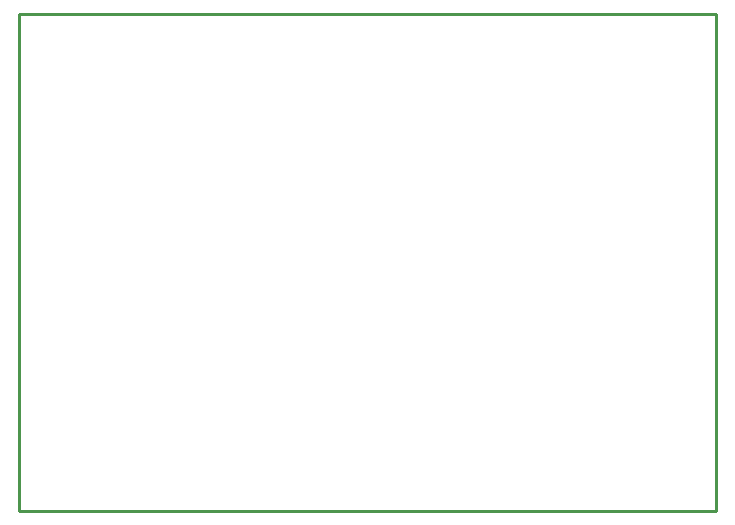
<source format=gbr>
G04 EAGLE Gerber RS-274X export*
G75*
%MOMM*%
%FSLAX34Y34*%
%LPD*%
%IN*%
%IPPOS*%
%AMOC8*
5,1,8,0,0,1.08239X$1,22.5*%
G01*
%ADD10C,0.254000*%


D10*
X14034Y-32258D02*
X604012Y-32258D01*
X604012Y388557D01*
X14034Y388557D01*
X14034Y-32258D01*
M02*

</source>
